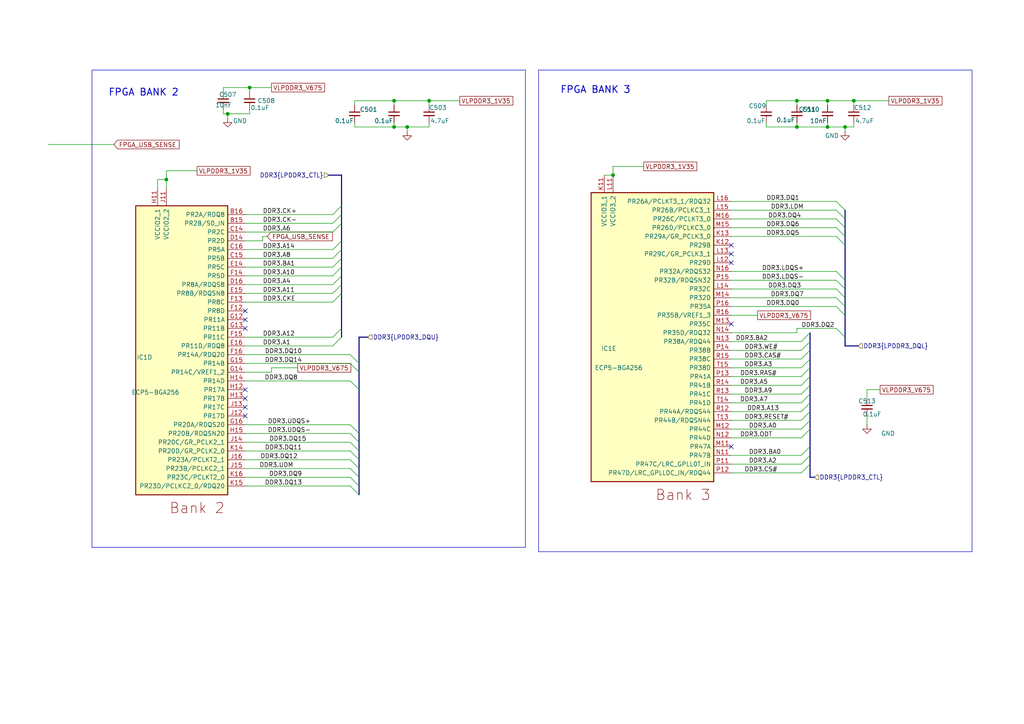
<source format=kicad_sch>
(kicad_sch (version 20250114) (generator "eeschema") (generator_version "9.0")
  (paper "A4")
  (lib_symbols
    (symbol "Device:C_Small" (pin_numbers (hide yes)) (pin_names (offset 0.254) (hide yes))
      (property "Reference" "C" (at 0.254 1.778 0))
      (property "Value" "C_Small" (at 0.254 -2.032 0))
      (symbol "C_Small_0_1"
        (polyline (pts (xy -1.524 0.508) (xy 1.524 0.508)) (stroke (width 0.3048)))
        (polyline (pts (xy -1.524 -0.508) (xy 1.524 -0.508)) (stroke (width 0.3302)))
      )
      (symbol "C_Small_1_1"
        (pin passive line (at 0 2.54 270) (length 2.032) (name "~") (number "1"))
        (pin passive line (at 0 -2.54 90) (length 2.032) (name "~") (number "2"))
      )
    )
    (symbol "iw-fpga_mcu:ECP5-BGA256" (pin_names (offset 0.762))
      (property "Reference" "IC" (at 1.27 45.72 0))
      (property "Value" "ECP5-BGA256" (at 1.27 43.18 0))
      (symbol "ECP5-BGA256_1_0"
        (rectangle (start -13.97 35.56) (end 13.97 -35.56) (stroke (width 0.3048)) (fill (type background)))
      )
      (symbol "ECP5-BGA256_1_1"
        (text "FPGA Supplies" (at 0 -39.37 0) (effects (font (size 2.9972 2.9972))))
        (pin power_in line (at -19.05 33.02 0) (length 5.08) (name "VCC_1") (number "G6"))
        (pin power_in line (at -19.05 30.48 0) (length 5.08) (name "VCC_2") (number "G7"))
        (pin power_in line (at -19.05 27.94 0) (length 5.08) (name "VCC_3") (number "G9"))
        (pin power_in line (at -19.05 25.4 0) (length 5.08) (name "VCC_4") (number "L8"))
        (pin power_in line (at -19.05 22.86 0) (length 5.08) (name "VCC_5") (number "L9"))
        (pin power_in line (at -19.05 20.32 0) (length 5.08) (name "VCC_6") (number "L10"))
        (pin power_in line (at -19.05 -30.48 0) (length 5.08) (name "VCCAUX_1") (number "G11"))
        (pin power_in line (at -19.05 -33.02 0) (length 5.08) (name "VCCAUX_2") (number "L7"))
        (pin power_in line (at 19.05 33.02 180) (length 5.08) (name "GND_1") (number "A1"))
        (pin power_in line (at 19.05 30.48 180) (length 5.08) (name "GND_2") (number "A16"))
        (pin power_in line (at 19.05 27.94 180) (length 5.08) (name "GND_3") (number "D2"))
        (pin power_in line (at 19.05 25.4 180) (length 5.08) (name "GND_4") (number "D15"))
        (pin power_in line (at 19.05 22.86 180) (length 5.08) (name "GND_5") (number "F8"))
        (pin power_in line (at 19.05 20.32 180) (length 5.08) (name "GND_6") (number "F9"))
        (pin power_in line (at 19.05 17.78 180) (length 5.08) (name "GND_7") (number "G8"))
        (pin power_in line (at 19.05 15.24 180) (length 5.08) (name "GND_8") (number "G10"))
        (pin power_in line (at 19.05 12.7 180) (length 5.08) (name "GND_9") (number "H1"))
        (pin power_in line (at 19.05 10.16 180) (length 5.08) (name "GND_10") (number "H8"))
        (pin power_in line (at 19.05 7.62 180) (length 5.08) (name "GND_11") (number "H9"))
        (pin power_in line (at 19.05 5.08 180) (length 5.08) (name "GND_12") (number "H10"))
        (pin power_in line (at 19.05 2.54 180) (length 5.08) (name "GND_13") (number "H16"))
        (pin power_in line (at 19.05 0 180) (length 5.08) (name "GND_14") (number "J8"))
        (pin power_in line (at 19.05 -2.54 180) (length 5.08) (name "GND_15") (number "J9"))
        (pin power_in line (at 19.05 -5.08 180) (length 5.08) (name "GND_16") (number "J10"))
        (pin power_in line (at 19.05 -7.62 180) (length 5.08) (name "GND_17") (number "K6"))
        (pin power_in line (at 19.05 -10.16 180) (length 5.08) (name "GND_18") (number "K7"))
        (pin power_in line (at 19.05 -12.7 180) (length 5.08) (name "GND_19") (number "K8"))
        (pin power_in line (at 19.05 -15.24 180) (length 5.08) (name "GND_20") (number "K9"))
        (pin power_in line (at 19.05 -17.78 180) (length 5.08) (name "GND_21") (number "K10"))
        (pin power_in line (at 19.05 -20.32 180) (length 5.08) (name "GND_22") (number "N2"))
        (pin power_in line (at 19.05 -22.86 180) (length 5.08) (name "GND_23") (number "N15"))
        (pin power_in line (at 19.05 -25.4 180) (length 5.08) (name "GND_24") (number "T1"))
        (pin power_in line (at 19.05 -27.94 180) (length 5.08) (name "GND_25") (number "T5"))
        (pin power_in line (at 19.05 -30.48 180) (length 5.08) (name "GND_26") (number "T12"))
        (pin power_in line (at 19.05 -33.02 180) (length 5.08) (name "GND_27") (number "T16"))
      )
      (symbol "ECP5-BGA256_2_1"
        (rectangle (start -19.05 31.75) (end 8.89 -31.75) (stroke (width 0.3048)) (fill (type background)))
        (text "Bank 0" (at 0 -35.56 0) (effects (font (size 2.9972 2.9972))))
        (pin power_in line (at -13.97 36.83 270) (length 5.08) (name "VCCIO0_2") (number "F7"))
        (pin power_in line (at -11.43 36.83 270) (length 5.08) (name "VCCIO0_1") (number "F6"))
        (pin bidirectional line (at 13.97 29.21 180) (length 5.08) (name "PT4A") (number "A2"))
        (pin bidirectional line (at 13.97 26.67 180) (length 5.08) (name "PT4B") (number "B3"))
        (pin bidirectional line (at 13.97 24.13 180) (length 5.08) (name "PT6A") (number "A3"))
        (pin bidirectional line (at 13.97 21.59 180) (length 5.08) (name "PT6B") (number "A4"))
        (pin bidirectional line (at 13.97 19.05 180) (length 5.08) (name "PT9A") (number "E4"))
        (pin bidirectional line (at 13.97 16.51 180) (length 5.08) (name "PT9B") (number "D4"))
        (pin bidirectional line (at 13.97 13.97 180) (length 5.08) (name "PT11A") (number "C4"))
        (pin bidirectional line (at 13.97 11.43 180) (length 5.08) (name "PT11B") (number "B4"))
        (pin bidirectional line (at 13.97 8.89 180) (length 5.08) (name "PT13A") (number "E5"))
        (pin bidirectional line (at 13.97 6.35 180) (length 5.08) (name "PT13B") (number "D5"))
        (pin bidirectional line (at 13.97 3.81 180) (length 5.08) (name "PT15A") (number "C5"))
        (pin bidirectional line (at 13.97 1.27 180) (length 5.08) (name "PT15B") (number "B5"))
        (pin bidirectional line (at 13.97 -1.27 180) (length 5.08) (name "PT18A") (number "A5"))
        (pin bidirectional line (at 13.97 -3.81 180) (length 5.08) (name "PT18B") (number "A6"))
        (pin bidirectional line (at 13.97 -6.35 180) (length 5.08) (name "PT20A") (number "E6"))
        (pin bidirectional line (at 13.97 -8.89 180) (length 5.08) (name "PT20B") (number "D6"))
        (pin bidirectional line (at 13.97 -11.43 180) (length 5.08) (name "PT22A") (number "C6"))
        (pin bidirectional line (at 13.97 -13.97 180) (length 5.08) (name "PT22B") (number "B6"))
        (pin bidirectional line (at 13.97 -16.51 180) (length 5.08) (name "PT24A/GR_PCLK0_1") (number "E7"))
        (pin bidirectional line (at 13.97 -19.05 180) (length 5.08) (name "PT24B/GR_PCLK0_0") (number "D7"))
        (pin bidirectional line (at 13.97 -21.59 180) (length 5.08) (name "PT27A/PCLKT0_1") (number "C7"))
        (pin bidirectional line (at 13.97 -24.13 180) (length 5.08) (name "PT27B/PCLKC0_1") (number "B7"))
        (pin bidirectional line (at 13.97 -26.67 180) (length 5.08) (name "PT29A/PCLKT0_0") (number "A7"))
        (pin bidirectional line (at 13.97 -29.21 180) (length 5.08) (name "PT29B/PCLKC0_0") (number "A8"))
      )
      (symbol "ECP5-BGA256_3_0"
        (rectangle (start -17.78 41.91) (end 8.89 -41.91) (stroke (width 0.3048)) (fill (type background)))
      )
      (symbol "ECP5-BGA256_3_1"
        (text "Bank 1" (at 0 -45.72 0) (effects (font (size 2.9972 2.9972))))
        (pin power_in line (at -13.97 46.99 270) (length 5.08) (name "VCCIO1_2") (number "F11"))
        (pin power_in line (at -11.43 46.99 270) (length 5.08) (name "VCCIO1_1") (number "F10"))
        (pin bidirectional line (at 13.97 39.37 180) (length 5.08) (name "PT33A/PCLKT1_1") (number "E8"))
        (pin bidirectional line (at 13.97 36.83 180) (length 5.08) (name "PT33B/PCLKC1_1") (number "D8"))
        (pin bidirectional line (at 13.97 34.29 180) (length 5.08) (name "PT35A/PCLKT1_0") (number "C8"))
        (pin bidirectional line (at 13.97 31.75 180) (length 5.08) (name "PT35B/PCLKC1_0") (number "B8"))
        (pin bidirectional line (at 13.97 29.21 180) (length 5.08) (name "PT38A/GR_PCLK1_0") (number "B9"))
        (pin bidirectional line (at 13.97 26.67 180) (length 5.08) (name "PT38B/GR_PCLK1_1") (number "C9"))
        (pin bidirectional line (at 13.97 24.13 180) (length 5.08) (name "PT40A") (number "D9"))
        (pin bidirectional line (at 13.97 21.59 180) (length 5.08) (name "PT40B") (number "E9"))
        (pin bidirectional line (at 13.97 19.05 180) (length 5.08) (name "PT42A") (number "A9"))
        (pin bidirectional line (at 13.97 16.51 180) (length 5.08) (name "PT42B") (number "A10"))
        (pin bidirectional line (at 13.97 13.97 180) (length 5.08) (name "PT44A") (number "B10"))
        (pin bidirectional line (at 13.97 11.43 180) (length 5.08) (name "PT44B") (number "C10"))
        (pin bidirectional line (at 13.97 8.89 180) (length 5.08) (name "PT47A") (number "D10"))
        (pin bidirectional line (at 13.97 6.35 180) (length 5.08) (name "PT47B") (number "E10"))
        (pin bidirectional line (at 13.97 3.81 180) (length 5.08) (name "PT49A") (number "B11"))
        (pin bidirectional line (at 13.97 1.27 180) (length 5.08) (name "PT49B") (number "C11"))
        (pin bidirectional line (at 13.97 -1.27 180) (length 5.08) (name "PT51A") (number "D11"))
        (pin bidirectional line (at 13.97 -3.81 180) (length 5.08) (name "PT51B") (number "E11"))
        (pin bidirectional line (at 13.97 -6.35 180) (length 5.08) (name "PT53A") (number "A11"))
        (pin bidirectional line (at 13.97 -8.89 180) (length 5.08) (name "PT53B") (number "A12"))
        (pin bidirectional line (at 13.97 -11.43 180) (length 5.08) (name "PT56A") (number "B12"))
        (pin bidirectional line (at 13.97 -13.97 180) (length 5.08) (name "PT56B") (number "C12"))
        (pin bidirectional line (at 13.97 -16.51 180) (length 5.08) (name "PT58A") (number "D12"))
        (pin bidirectional line (at 13.97 -19.05 180) (length 5.08) (name "PT58B") (number "E12"))
        (pin bidirectional line (at 13.97 -21.59 180) (length 5.08) (name "PT60A") (number "B13"))
        (pin bidirectional line (at 13.97 -24.13 180) (length 5.08) (name "PT60B") (number "C13"))
        (pin bidirectional line (at 13.97 -26.67 180) (length 5.08) (name "PT62A") (number "D13"))
        (pin bidirectional line (at 13.97 -29.21 180) (length 5.08) (name "PT62B") (number "E13"))
        (pin bidirectional line (at 13.97 -31.75 180) (length 5.08) (name "PT65A") (number "A13"))
        (pin bidirectional line (at 13.97 -34.29 180) (length 5.08) (name "PT65B") (number "A14"))
        (pin bidirectional line (at 13.97 -36.83 180) (length 5.08) (name "PT67A") (number "B14"))
        (pin bidirectional line (at 13.97 -39.37 180) (length 5.08) (name "PT67B") (number "A15"))
      )
      (symbol "ECP5-BGA256_4_1"
        (rectangle (start -17.78 41.91) (end 8.89 -41.91) (stroke (width 0.3048)) (fill (type background)))
        (text "Bank 2" (at 0 -45.72 0) (effects (font (size 2.9972 2.9972))))
        (pin power_in line (at -11.43 46.99 270) (length 5.08) (name "VCCIO2_1") (number "H11"))
        (pin power_in line (at -8.89 46.99 270) (length 5.08) (name "VCCIO2_2") (number "J11"))
        (pin bidirectional line (at 13.97 39.37 180) (length 5.08) (name "PR2A/RDQ8") (number "B16"))
        (pin bidirectional line (at 13.97 36.83 180) (length 5.08) (name "PR2B/S0_IN") (number "B15"))
        (pin bidirectional line (at 13.97 34.29 180) (length 5.08) (name "PR2C") (number "C14"))
        (pin bidirectional line (at 13.97 31.75 180) (length 5.08) (name "PR2D") (number "D14"))
        (pin bidirectional line (at 13.97 29.21 180) (length 5.08) (name "PR5A") (number "C16"))
        (pin bidirectional line (at 13.97 26.67 180) (length 5.08) (name "PR5B") (number "C15"))
        (pin bidirectional line (at 13.97 24.13 180) (length 5.08) (name "PR5C") (number "E14"))
        (pin bidirectional line (at 13.97 21.59 180) (length 5.08) (name "PR5D") (number "F14"))
        (pin bidirectional line (at 13.97 19.05 180) (length 5.08) (name "PR8A/RDQS8") (number "D16"))
        (pin bidirectional line (at 13.97 16.51 180) (length 5.08) (name "PR8B/RDQSN8") (number "E15"))
        (pin bidirectional line (at 13.97 13.97 180) (length 5.08) (name "PR8C") (number "F13"))
        (pin bidirectional line (at 13.97 11.43 180) (length 5.08) (name "PR8D") (number "F12"))
        (pin bidirectional line (at 13.97 8.89 180) (length 5.08) (name "PR11A") (number "G12"))
        (pin bidirectional line (at 13.97 6.35 180) (length 5.08) (name "PR11B") (number "G13"))
        (pin bidirectional line (at 13.97 3.81 180) (length 5.08) (name "PR11C") (number "F15"))
        (pin bidirectional line (at 13.97 1.27 180) (length 5.08) (name "PR11D/RDQ8") (number "E16"))
        (pin bidirectional line (at 13.97 -1.27 180) (length 5.08) (name "PR14A/RDQ20") (number "F16"))
        (pin bidirectional line (at 13.97 -3.81 180) (length 5.08) (name "PR14B") (number "G15"))
        (pin bidirectional line (at 13.97 -6.35 180) (length 5.08) (name "PR14C/VREF1_2") (number "G14"))
        (pin bidirectional line (at 13.97 -8.89 180) (length 5.08) (name "PR14D") (number "H14"))
        (pin bidirectional line (at 13.97 -11.43 180) (length 5.08) (name "PR17A") (number "H12"))
        (pin bidirectional line (at 13.97 -13.97 180) (length 5.08) (name "PR17B") (number "H13"))
        (pin bidirectional line (at 13.97 -16.51 180) (length 5.08) (name "PR17C") (number "J13"))
        (pin bidirectional line (at 13.97 -19.05 180) (length 5.08) (name "PR17D") (number "J12"))
        (pin bidirectional line (at 13.97 -21.59 180) (length 5.08) (name "PR20A/RDQS20") (number "G16"))
        (pin bidirectional line (at 13.97 -24.13 180) (length 5.08) (name "PR20B/RDQSN20") (number "H15"))
        (pin bidirectional line (at 13.97 -26.67 180) (length 5.08) (name "PR20C/GR_PCLK2_1") (number "J14"))
        (pin bidirectional line (at 13.97 -29.21 180) (length 5.08) (name "PR20D/GR_PCLK2_0") (number "K14"))
        (pin bidirectional line (at 13.97 -31.75 180) (length 5.08) (name "PR23A/PCLKT2_1") (number "J16"))
        (pin bidirectional line (at 13.97 -34.29 180) (length 5.08) (name "PR23B/PCLKC2_1") (number "J15"))
        (pin bidirectional line (at 13.97 -36.83 180) (length 5.08) (name "PR23C/PCLKT2_0") (number "K16"))
        (pin bidirectional line (at 13.97 -39.37 180) (length 5.08) (name "PR23D/PCLKC2_0/RDQ20") (number "K15"))
      )
      (symbol "ECP5-BGA256_5_0"
        (rectangle (start -26.67 41.91) (end 8.89 -41.91) (stroke (width 0.3048)) (fill (type background)))
      )
      (symbol "ECP5-BGA256_5_1"
        (text "Bank 3" (at 0 -45.72 0) (effects (font (size 2.9972 2.9972))))
        (pin power_in line (at -22.86 46.99 270) (length 5.08) (name "VCCIO3_1") (number "K11"))
        (pin power_in line (at -20.32 46.99 270) (length 5.08) (name "VCCIO3_2") (number "L11"))
        (pin bidirectional line (at 13.97 39.37 180) (length 5.08) (name "PR26A/PCLKT3_1/RDQ32") (number "L16"))
        (pin bidirectional line (at 13.97 36.83 180) (length 5.08) (name "PR26B/PCLKC3_1") (number "L15"))
        (pin bidirectional line (at 13.97 34.29 180) (length 5.08) (name "PR26C/PCLKT3_0") (number "M16"))
        (pin bidirectional line (at 13.97 31.75 180) (length 5.08) (name "PR26D/PCLKC3_0") (number "M15"))
        (pin bidirectional line (at 13.97 29.21 180) (length 5.08) (name "PR29A/GR_PCLK3_0") (number "K13"))
        (pin bidirectional line (at 13.97 26.67 180) (length 5.08) (name "PR29B") (number "K12"))
        (pin bidirectional line (at 13.97 24.13 180) (length 5.08) (name "PR29C/GR_PCLK3_1") (number "L13"))
        (pin bidirectional line (at 13.97 21.59 180) (length 5.08) (name "PR29D") (number "L12"))
        (pin bidirectional line (at 13.97 19.05 180) (length 5.08) (name "PR32A/RDQS32") (number "N16"))
        (pin bidirectional line (at 13.97 16.51 180) (length 5.08) (name "PR32B/RDQSN32") (number "P15"))
        (pin bidirectional line (at 13.97 13.97 180) (length 5.08) (name "PR32C") (number "L14"))
        (pin bidirectional line (at 13.97 11.43 180) (length 5.08) (name "PR32D") (number "M14"))
        (pin bidirectional line (at 13.97 8.89 180) (length 5.08) (name "PR35A") (number "P16"))
        (pin bidirectional line (at 13.97 6.35 180) (length 5.08) (name "PR35B/VREF1_3") (number "R16"))
        (pin bidirectional line (at 13.97 3.81 180) (length 5.08) (name "PR35C") (number "M13"))
        (pin bidirectional line (at 13.97 1.27 180) (length 5.08) (name "PR35D/RDQ32") (number "N14"))
        (pin bidirectional line (at 13.97 -1.27 180) (length 5.08) (name "PR38A/RDQ44") (number "N13"))
        (pin bidirectional line (at 13.97 -3.81 180) (length 5.08) (name "PR38B") (number "P14"))
        (pin bidirectional line (at 13.97 -6.35 180) (length 5.08) (name "PR38C") (number "R15"))
        (pin bidirectional line (at 13.97 -8.89 180) (length 5.08) (name "PR38D") (number "T15"))
        (pin bidirectional line (at 13.97 -11.43 180) (length 5.08) (name "PR41A") (number "P13"))
        (pin bidirectional line (at 13.97 -13.97 180) (length 5.08) (name "PR41B") (number "R14"))
        (pin bidirectional line (at 13.97 -16.51 180) (length 5.08) (name "PR41C") (number "R13"))
        (pin bidirectional line (at 13.97 -19.05 180) (length 5.08) (name "PR41D") (number "T14"))
        (pin bidirectional line (at 13.97 -21.59 180) (length 5.08) (name "PR44A/RDQS44") (number "R12"))
        (pin bidirectional line (at 13.97 -24.13 180) (length 5.08) (name "PR44B/RDQSN44") (number "T13"))
        (pin bidirectional line (at 13.97 -26.67 180) (length 5.08) (name "PR44C") (number "M12"))
        (pin bidirectional line (at 13.97 -29.21 180) (length 5.08) (name "PR44D") (number "N12"))
        (pin bidirectional line (at 13.97 -31.75 180) (length 5.08) (name "PR47A") (number "M11"))
        (pin bidirectional line (at 13.97 -34.29 180) (length 5.08) (name "PR47B") (number "N11"))
        (pin bidirectional line (at 13.97 -36.83 180) (length 5.08) (name "PR47C/LRC_GPLL0T_IN") (number "P11"))
        (pin bidirectional line (at 13.97 -39.37 180) (length 5.08) (name "PR47D/LRC_GPLL0C_IN/RDQ44") (number "P12"))
      )
      (symbol "ECP5-BGA256_6_1"
        (rectangle (start -20.32 41.91) (end 8.89 -41.91) (stroke (width 0.3048)) (fill (type background)))
        (text "Bank 6" (at 0 -45.72 0) (effects (font (size 2.9972 2.9972))))
        (pin power_in line (at -13.97 46.99 270) (length 5.08) (name "VCCIO6_1") (number "J6"))
        (pin power_in line (at -11.43 46.99 270) (length 5.08) (name "VCCIO6_2") (number "J7"))
        (pin bidirectional line (at 13.97 39.37 180) (length 5.08) (name "PL26A/LDQ32/PCLKT6_1") (number "L1"))
        (pin bidirectional line (at 13.97 36.83 180) (length 5.08) (name "PL26B/PCLKC6_1") (number "L2"))
        (pin bidirectional line (at 13.97 34.29 180) (length 5.08) (name "PL26C/PCLKT6_0") (number "M1"))
        (pin bidirectional line (at 13.97 31.75 180) (length 5.08) (name "PL26D/PCLKC6_0") (number "M2"))
        (pin bidirectional line (at 13.97 29.21 180) (length 5.08) (name "PL29A/GR_PCLK6_0") (number "K4"))
        (pin bidirectional line (at 13.97 26.67 180) (length 5.08) (name "PL29B") (number "K5"))
        (pin bidirectional line (at 13.97 24.13 180) (length 5.08) (name "PL29C/PL29C") (number "L4"))
        (pin bidirectional line (at 13.97 21.59 180) (length 5.08) (name "PL29D") (number "L5"))
        (pin bidirectional line (at 13.97 19.05 180) (length 5.08) (name "PL32A/LDQS32") (number "N1"))
        (pin bidirectional line (at 13.97 16.51 180) (length 5.08) (name "PL32B/LDQSN32") (number "P2"))
        (pin bidirectional line (at 13.97 13.97 180) (length 5.08) (name "PL32C") (number "L3"))
        (pin bidirectional line (at 13.97 11.43 180) (length 5.08) (name "PL32D") (number "M3"))
        (pin bidirectional line (at 13.97 8.89 180) (length 5.08) (name "PL35A") (number "P1"))
        (pin bidirectional line (at 13.97 6.35 180) (length 5.08) (name "PL35B/VREF1_6") (number "R1"))
        (pin bidirectional line (at 13.97 3.81 180) (length 5.08) (name "PL35C") (number "M4"))
        (pin bidirectional line (at 13.97 1.27 180) (length 5.08) (name "PL35D") (number "N3"))
        (pin bidirectional line (at 13.97 -1.27 180) (length 5.08) (name "PL38A/LDQ44") (number "N4"))
        (pin bidirectional line (at 13.97 -3.81 180) (length 5.08) (name "PL38B") (number "P3"))
        (pin bidirectional line (at 13.97 -6.35 180) (length 5.08) (name "PL38C") (number "R2"))
        (pin bidirectional line (at 13.97 -8.89 180) (length 5.08) (name "PL38D") (number "T2"))
        (pin bidirectional line (at 13.97 -11.43 180) (length 5.08) (name "PL44A/LDQS44") (number "R5"))
        (pin bidirectional line (at 13.97 -13.97 180) (length 5.08) (name "PL44B/LDQSN44") (number "T4"))
        (pin bidirectional line (at 13.97 -16.51 180) (length 5.08) (name "PL44C") (number "M5"))
        (pin bidirectional line (at 13.97 -19.05 180) (length 5.08) (name "PL44D") (number "N5"))
        (pin bidirectional line (at 13.97 -21.59 180) (length 5.08) (name "PL41A") (number "P4"))
        (pin bidirectional line (at 13.97 -24.13 180) (length 5.08) (name "PL41B") (number "R3"))
        (pin bidirectional line (at 13.97 -26.67 180) (length 5.08) (name "PL41C") (number "R4"))
        (pin bidirectional line (at 13.97 -29.21 180) (length 5.08) (name "PL41D") (number "T3"))
        (pin bidirectional line (at 13.97 -31.75 180) (length 5.08) (name "PL47A") (number "M6"))
        (pin bidirectional line (at 13.97 -34.29 180) (length 5.08) (name "PL47B") (number "N6"))
        (pin bidirectional line (at 13.97 -36.83 180) (length 5.08) (name "PL47D/LLC_GPLL0C_IN") (number "P5"))
        (pin bidirectional line (at 13.97 -39.37 180) (length 5.08) (name "PL47C/LLC_GPLL0T_IN") (number "P6"))
      )
      (symbol "ECP5-BGA256_7_1"
        (rectangle (start -25.4 41.91) (end 8.89 -41.91) (stroke (width 0.3048)) (fill (type background)))
        (text "Bank 7" (at 0 -45.72 0) (effects (font (size 2.9972 2.9972))))
        (pin power_in line (at -12.7 46.99 270) (length 5.08) (name "VCCIO7_2") (number "H7"))
        (pin power_in line (at -10.16 46.99 270) (length 5.08) (name "VCCIO7_1") (number "H6"))
        (pin bidirectional line (at 13.97 39.37 180) (length 5.08) (name "PL2A/LDQ8") (number "B1"))
        (pin bidirectional line (at 13.97 36.83 180) (length 5.08) (name "PL2B") (number "B2"))
        (pin bidirectional line (at 13.97 34.29 180) (length 5.08) (name "PL2C") (number "C3"))
        (pin bidirectional line (at 13.97 31.75 180) (length 5.08) (name "PL2D") (number "D3"))
        (pin bidirectional line (at 13.97 29.21 180) (length 5.08) (name "PL5A") (number "C1"))
        (pin bidirectional line (at 13.97 26.67 180) (length 5.08) (name "PL5B") (number "C2"))
        (pin bidirectional line (at 13.97 24.13 180) (length 5.08) (name "PL5C") (number "E3"))
        (pin bidirectional line (at 13.97 21.59 180) (length 5.08) (name "PL5D") (number "F3"))
        (pin bidirectional line (at 13.97 19.05 180) (length 5.08) (name "PL8A/LDQS8") (number "D1"))
        (pin bidirectional line (at 13.97 16.51 180) (length 5.08) (name "PL8B/LDQSN8") (number "E2"))
        (pin bidirectional line (at 13.97 13.97 180) (length 5.08) (name "PL8C") (number "F4"))
        (pin bidirectional line (at 13.97 11.43 180) (length 5.08) (name "PL8D") (number "F5"))
        (pin bidirectional line (at 13.97 8.89 180) (length 5.08) (name "PL11A") (number "G5"))
        (pin bidirectional line (at 13.97 6.35 180) (length 5.08) (name "PL11B") (number "G4"))
        (pin bidirectional line (at 13.97 3.81 180) (length 5.08) (name "PL11C") (number "F2"))
        (pin bidirectional line (at 13.97 1.27 180) (length 5.08) (name "PL11D/LDQ8") (number "E1"))
        (pin bidirectional line (at 13.97 -1.27 180) (length 5.08) (name "PL14A/LDQ20") (number "F1"))
        (pin bidirectional line (at 13.97 -3.81 180) (length 5.08) (name "PL14B") (number "G2"))
        (pin bidirectional line (at 13.97 -6.35 180) (length 5.08) (name "PL14C") (number "G3"))
        (pin bidirectional line (at 13.97 -8.89 180) (length 5.08) (name "PL14D") (number "H3"))
        (pin bidirectional line (at 13.97 -11.43 180) (length 5.08) (name "PL17A") (number "H5"))
        (pin bidirectional line (at 13.97 -13.97 180) (length 5.08) (name "PL17B") (number "H4"))
        (pin bidirectional line (at 13.97 -16.51 180) (length 5.08) (name "PL17C") (number "J4"))
        (pin bidirectional line (at 13.97 -19.05 180) (length 5.08) (name "PL17D") (number "J5"))
        (pin bidirectional line (at 13.97 -21.59 180) (length 5.08) (name "PL20A/GR_PCLK7_1/LDQSN20") (number "G1"))
        (pin bidirectional line (at 13.97 -24.13 180) (length 5.08) (name "PL20B/LDQS20") (number "H2"))
        (pin bidirectional line (at 13.97 -26.67 180) (length 5.08) (name "PL20C/GR_PCLK7_0") (number "J3"))
        (pin bidirectional line (at 13.97 -29.21 180) (length 5.08) (name "PL20D") (number "K3"))
        (pin bidirectional line (at 13.97 -31.75 180) (length 5.08) (name "PL23A/PCLKT7_1") (number "J1"))
        (pin bidirectional line (at 13.97 -34.29 180) (length 5.08) (name "PL23B/PCLKC7_1") (number "J2"))
        (pin bidirectional line (at 13.97 -36.83 180) (length 5.08) (name "PL23C/PCLKT7_0") (number "K1"))
        (pin bidirectional line (at 13.97 -39.37 180) (length 5.08) (name "PL23D/PCLKC7_0/LDQ20") (number "K2"))
      )
      (symbol "ECP5-BGA256_8_0"
        (text "Bank 8 (Config)" (at 0 -43.18 0) (effects (font (size 2.9972 2.9972))))
      )
      (symbol "ECP5-BGA256_8_1"
        (rectangle (start -15.24 39.37) (end 15.24 -39.37) (stroke (width 0.3048)) (fill (type background)))
        (pin power_in line (at -10.16 44.45 270) (length 5.08) (name "VCCIO8") (number "L6"))
        (pin bidirectional line (at 20.32 36.83 180) (length 5.08) (name "D7/PB4A") (number "T6"))
        (pin bidirectional line (at 20.32 34.29 180) (length 5.08) (name "D6/PB4B") (number "R6"))
        (pin bidirectional line (at 20.32 31.75 180) (length 5.08) (name "D5/MISO2/IO5/PB6A") (number "R7"))
        (pin bidirectional line (at 20.32 29.21 180) (length 5.08) (name "D4/MOSI2/IO4/PB6B") (number "P7"))
        (pin bidirectional line (at 20.32 26.67 180) (length 5.08) (name "D3/IO3/PB9A") (number "N7"))
        (pin bidirectional line (at 20.32 24.13 180) (length 5.08) (name "D2/IO2/PB9B") (number "M7"))
        (pin bidirectional line (at 20.32 21.59 180) (length 5.08) (name "D1/POCI/IO1/PB11A") (number "T7"))
        (pin bidirectional line (at 20.32 19.05 180) (length 5.08) (name "D0/PICO/IO0/PB11B") (number "T8"))
        (pin bidirectional line (at 20.32 16.51 180) (length 5.08) (name "~{CS}/~{S}/PB13A") (number "R8"))
        (pin bidirectional line (at 20.32 13.97 180) (length 5.08) (name "~{CS1}/PB13B") (number "P8"))
        (pin bidirectional line (at 20.32 11.43 180) (length 5.08) (name "~{HOLD}/DI/BUSY/~{CSSPI}/PB15A") (number "N8"))
        (pin bidirectional line (at 20.32 8.89 180) (length 5.08) (name "DOUT/~{CSO}/PB15B") (number "M8"))
        (pin bidirectional line (at 20.32 6.35 180) (length 5.08) (name "~{WRITE}/PB18A") (number "M9"))
        (pin input line (at 20.32 -1.27 180) (length 5.08) (name "TMS") (number "T11"))
        (pin input line (at 20.32 -3.81 180) (length 5.08) (name "TCK") (number "T10"))
        (pin input line (at 20.32 -6.35 180) (length 5.08) (name "TDI") (number "R11"))
        (pin output line (at 20.32 -8.89 180) (length 5.08) (name "TDO") (number "M10"))
        (pin bidirectional line (at 20.32 -15.24 180) (length 5.08) (name "MCLK/SCK/CCLK") (number "N9"))
        (pin input line (at 20.32 -20.32 180) (length 5.08) (name "CFG0") (number "N10"))
        (pin input line (at 20.32 -22.86 180) (length 5.08) (name "CFG1") (number "P10"))
        (pin input line (at 20.32 -25.4 180) (length 5.08) (name "CFG2") (number "R10"))
        (pin bidirectional line (at 20.32 -31.75 180) (length 5.08) (name "DONE") (number "P9"))
        (pin bidirectional line (at 20.32 -34.29 180) (length 5.08) (name "~{INIT}") (number "T9"))
        (pin bidirectional line (at 20.32 -36.83 180) (length 5.08) (name "~{PROGRAM}") (number "R9"))
      )
    )
    (symbol "power:GND" (power) (pin_numbers (hide yes)) (pin_names (offset 0) (hide yes))
      (property "Value" "GND" (at 0 -3.81 0))
      (symbol "GND_0_1"
        (polyline (pts (xy 0 0) (xy 0 -1.27) (xy 1.27 -1.27) (xy 0 -2.54) (xy -1.27 -1.27) (xy 0 -1.27)))
      )
      (symbol "GND_1_1"
        (pin power_in line (at 0 0 270) (length 0) (name "~") (number "1"))
      )
    )
  )
  (rectangle (start 26.67 20.32) (end 152.4 158.75))
  (rectangle (start 156.21 20.32) (end 281.94 160.02))
  (text "FPGA BANK 3\n" (at 172.72 26.162 0) (effects (font (size 2 2) (thickness 0.254) (bold yes))))
  (text "FPGA BANK 2" (at 41.656 26.924 0) (effects (font (size 2 2) (thickness 0.254) (bold yes))))
  (junction (at 66.04 33.02))
  (junction (at 231.14 36.83))
  (junction (at 240.03 29.21))
  (junction (at 177.8 50.8))
  (junction (at 118.11 36.83))
  (junction (at 231.14 29.21))
  (junction (at 247.65 29.21))
  (junction (at 48.26 52.07))
  (junction (at 114.3 29.21))
  (junction (at 240.03 36.83))
  (junction (at 124.46 29.21))
  (junction (at 114.3 36.83))
  (junction (at 245.11 36.83))
  (junction (at 72.39 25.4))
  (no_connect (at 212.09 73.66))
  (no_connect (at 212.09 76.2))
  (no_connect (at 71.12 120.65))
  (no_connect (at 71.12 115.57))
  (no_connect (at 212.09 71.12))
  (no_connect (at 71.12 95.25))
  (no_connect (at 212.09 129.54))
  (no_connect (at 212.09 93.98))
  (no_connect (at 71.12 118.11))
  (no_connect (at 71.12 90.17))
  (no_connect (at 71.12 113.03))
  (no_connect (at 71.12 92.71))
  (bus_entry (at 99.06 97.79) (size -2.54 2.54))
  (bus_entry (at 99.06 80.01) (size -2.54 2.54))
  (bus_entry (at 104.14 107.95) (size -2.54 -2.54))
  (bus_entry (at 245.11 68.58) (size -2.54 -2.54))
  (bus_entry (at 245.11 71.12) (size -2.54 -2.54))
  (bus_entry (at 234.95 114.3) (size -2.54 2.54))
  (bus_entry (at 99.06 69.85) (size -2.54 2.54))
  (bus_entry (at 234.95 101.6) (size -2.54 2.54))
  (bus_entry (at 99.06 85.09) (size -2.54 2.54))
  (bus_entry (at 234.95 111.76) (size -2.54 2.54))
  (bus_entry (at 234.95 134.62) (size -2.54 2.54))
  (bus_entry (at 104.14 113.03) (size -2.54 -2.54))
  (bus_entry (at 234.95 119.38) (size -2.54 2.54))
  (bus_entry (at 99.06 72.39) (size -2.54 2.54))
  (bus_entry (at 104.14 128.27) (size -2.54 -2.54))
  (bus_entry (at 234.95 109.22) (size -2.54 2.54))
  (bus_entry (at 104.14 105.41) (size -2.54 -2.54))
  (bus_entry (at 245.11 83.82) (size -2.54 -2.54))
  (bus_entry (at 242.57 60.96) (size 2.54 2.54))
  (bus_entry (at 234.95 106.68) (size -2.54 2.54))
  (bus_entry (at 99.06 62.23) (size -2.54 2.54))
  (bus_entry (at 234.95 99.06) (size -2.54 2.54))
  (bus_entry (at 99.06 59.69) (size -2.54 2.54))
  (bus_entry (at 234.95 129.54) (size -2.54 2.54))
  (bus_entry (at 245.11 81.28) (size -2.54 -2.54))
  (bus_entry (at 99.06 82.55) (size -2.54 2.54))
  (bus_entry (at 234.95 104.14) (size -2.54 2.54))
  (bus_entry (at 104.14 135.89) (size -2.54 -2.54))
  (bus_entry (at 99.06 64.77) (size -2.54 2.54))
  (bus_entry (at 245.11 91.44) (size -2.54 -2.54))
  (bus_entry (at 234.95 116.84) (size -2.54 2.54))
  (bus_entry (at 234.95 132.08) (size -2.54 2.54))
  (bus_entry (at 101.6 140.97) (size 2.54 2.54))
  (bus_entry (at 99.06 74.93) (size -2.54 2.54))
  (bus_entry (at 234.95 121.92) (size -2.54 2.54))
  (bus_entry (at 104.14 133.35) (size -2.54 -2.54))
  (bus_entry (at 99.06 95.25) (size -2.54 2.54))
  (bus_entry (at 234.95 124.46) (size -2.54 2.54))
  (bus_entry (at 101.6 123.19) (size 2.54 2.54))
  (bus_entry (at 104.14 130.81) (size -2.54 -2.54))
  (bus_entry (at 104.14 138.43) (size -2.54 -2.54))
  (bus_entry (at 245.11 97.79) (size -2.54 -2.54))
  (bus_entry (at 99.06 77.47) (size -2.54 2.54))
  (bus_entry (at 245.11 60.96) (size -2.54 -2.54))
  (bus_entry (at 245.11 66.04) (size -2.54 -2.54))
  (bus_entry (at 245.11 88.9) (size -2.54 -2.54))
  (bus_entry (at 234.95 96.52) (size -2.54 2.54))
  (bus_entry (at 245.11 86.36) (size -2.54 -2.54))
  (bus_entry (at 104.14 140.97) (size -2.54 -2.54))
  (wire (pts (xy 64.77 25.4) (xy 72.39 25.4)))
  (wire (pts (xy 118.11 36.83) (xy 114.3 36.83)))
  (wire (pts (xy 71.12 130.81) (xy 101.6 130.81)))
  (wire (pts (xy 71.12 138.43) (xy 101.6 138.43)))
  (bus (pts (xy 99.06 74.93) (xy 99.06 77.47)))
  (wire (pts (xy 66.04 34.29) (xy 66.04 33.02)))
  (bus (pts (xy 99.06 59.69) (xy 99.06 62.23)))
  (wire (pts (xy 212.09 78.74) (xy 242.57 78.74)))
  (wire (pts (xy 78.74 106.68) (xy 78.74 107.95)))
  (wire (pts (xy 175.26 50.8) (xy 177.8 50.8)))
  (wire (pts (xy 240.03 36.83) (xy 245.11 36.83)))
  (bus (pts (xy 245.11 88.9) (xy 245.11 91.44)))
  (wire (pts (xy 212.09 124.46) (xy 232.41 124.46)))
  (wire (pts (xy 45.72 52.07) (xy 45.72 54.61)))
  (wire (pts (xy 124.46 36.83) (xy 118.11 36.83)))
  (wire (pts (xy 212.09 60.96) (xy 242.57 60.96)))
  (wire (pts (xy 71.12 135.89) (xy 101.6 135.89)))
  (bus (pts (xy 245.11 63.5) (xy 245.11 60.96)))
  (bus (pts (xy 99.06 50.8) (xy 95.25 50.8)))
  (bus (pts (xy 245.11 83.82) (xy 245.11 86.36)))
  (wire (pts (xy 177.8 48.26) (xy 177.8 50.8)))
  (wire (pts (xy 222.25 29.21) (xy 222.25 30.48)))
  (bus (pts (xy 99.06 82.55) (xy 99.06 85.09)))
  (bus (pts (xy 234.95 116.84) (xy 234.95 119.38)))
  (wire (pts (xy 76.2 69.85) (xy 71.12 69.85)))
  (wire (pts (xy 231.14 36.83) (xy 240.03 36.83)))
  (wire (pts (xy 71.12 80.01) (xy 96.52 80.01)))
  (wire (pts (xy 212.09 132.08) (xy 232.41 132.08)))
  (wire (pts (xy 247.65 29.21) (xy 247.65 30.48)))
  (wire (pts (xy 251.46 120.65) (xy 251.46 123.19)))
  (wire (pts (xy 212.09 104.14) (xy 232.41 104.14)))
  (wire (pts (xy 114.3 36.83) (xy 102.87 36.83)))
  (wire (pts (xy 72.39 25.4) (xy 72.39 26.67)))
  (wire (pts (xy 71.12 87.63) (xy 96.52 87.63)))
  (bus (pts (xy 234.95 124.46) (xy 234.95 129.54)))
  (bus (pts (xy 99.06 64.77) (xy 99.06 69.85)))
  (wire (pts (xy 212.09 63.5) (xy 242.57 63.5)))
  (bus (pts (xy 99.06 69.85) (xy 99.06 72.39)))
  (bus (pts (xy 234.95 121.92) (xy 234.95 124.46)))
  (bus (pts (xy 104.14 140.97) (xy 104.14 143.51)))
  (wire (pts (xy 231.14 35.56) (xy 231.14 36.83)))
  (bus (pts (xy 104.14 133.35) (xy 104.14 130.81)))
  (bus (pts (xy 104.14 105.41) (xy 104.14 97.79)))
  (wire (pts (xy 71.12 97.79) (xy 96.52 97.79)))
  (bus (pts (xy 99.06 50.8) (xy 99.06 59.69)))
  (wire (pts (xy 71.12 105.41) (xy 101.6 105.41)))
  (bus (pts (xy 104.14 113.03) (xy 104.14 125.73)))
  (bus (pts (xy 245.11 68.58) (xy 245.11 66.04)))
  (bus (pts (xy 245.11 97.79) (xy 245.11 91.44)))
  (wire (pts (xy 102.87 30.48) (xy 102.87 29.21)))
  (bus (pts (xy 104.14 138.43) (xy 104.14 135.89)))
  (bus (pts (xy 234.95 132.08) (xy 234.95 134.62)))
  (bus (pts (xy 104.14 107.95) (xy 104.14 113.03)))
  (bus (pts (xy 234.95 109.22) (xy 234.95 111.76)))
  (wire (pts (xy 231.14 36.83) (xy 222.25 36.83)))
  (bus (pts (xy 234.95 134.62) (xy 234.95 138.43)))
  (wire (pts (xy 71.12 128.27) (xy 101.6 128.27)))
  (bus (pts (xy 104.14 128.27) (xy 104.14 125.73)))
  (wire (pts (xy 124.46 29.21) (xy 124.46 30.48)))
  (bus (pts (xy 234.95 129.54) (xy 234.95 132.08)))
  (wire (pts (xy 71.12 82.55) (xy 96.52 82.55)))
  (wire (pts (xy 212.09 86.36) (xy 242.57 86.36)))
  (wire (pts (xy 212.09 58.42) (xy 242.57 58.42)))
  (wire (pts (xy 212.09 81.28) (xy 242.57 81.28)))
  (wire (pts (xy 48.26 52.07) (xy 45.72 52.07)))
  (wire (pts (xy 102.87 35.56) (xy 102.87 36.83)))
  (wire (pts (xy 212.09 99.06) (xy 232.41 99.06)))
  (wire (pts (xy 251.46 113.03) (xy 251.46 115.57)))
  (wire (pts (xy 48.26 49.53) (xy 48.26 52.07)))
  (wire (pts (xy 64.77 31.75) (xy 64.77 33.02)))
  (wire (pts (xy 251.46 113.03) (xy 255.27 113.03)))
  (bus (pts (xy 234.95 119.38) (xy 234.95 121.92)))
  (wire (pts (xy 114.3 35.56) (xy 114.3 36.83)))
  (wire (pts (xy 212.09 96.52) (xy 231.14 96.52)))
  (wire (pts (xy 212.09 101.6) (xy 232.41 101.6)))
  (wire (pts (xy 240.03 30.48) (xy 240.03 29.21)))
  (wire (pts (xy 222.25 35.56) (xy 222.25 36.83)))
  (bus (pts (xy 245.11 71.12) (xy 245.11 68.58)))
  (wire (pts (xy 71.12 62.23) (xy 96.52 62.23)))
  (wire (pts (xy 71.12 72.39) (xy 96.52 72.39)))
  (wire (pts (xy 212.09 83.82) (xy 242.57 83.82)))
  (wire (pts (xy 71.12 125.73) (xy 101.6 125.73)))
  (wire (pts (xy 64.77 33.02) (xy 66.04 33.02)))
  (wire (pts (xy 71.12 123.19) (xy 101.6 123.19)))
  (wire (pts (xy 78.74 106.68) (xy 86.36 106.68)))
  (wire (pts (xy 71.12 67.31) (xy 96.52 67.31)))
  (wire (pts (xy 212.09 119.38) (xy 232.41 119.38)))
  (wire (pts (xy 212.09 111.76) (xy 232.41 111.76)))
  (wire (pts (xy 78.74 107.95) (xy 71.12 107.95)))
  (bus (pts (xy 104.14 105.41) (xy 104.14 107.95)))
  (wire (pts (xy 212.09 134.62) (xy 232.41 134.62)))
  (bus (pts (xy 234.95 111.76) (xy 234.95 114.3)))
  (bus (pts (xy 245.11 81.28) (xy 245.11 83.82)))
  (wire (pts (xy 102.87 29.21) (xy 114.3 29.21)))
  (wire (pts (xy 118.11 38.1) (xy 118.11 36.83)))
  (wire (pts (xy 231.14 29.21) (xy 240.03 29.21)))
  (wire (pts (xy 72.39 31.75) (xy 72.39 33.02)))
  (wire (pts (xy 212.09 68.58) (xy 242.57 68.58)))
  (wire (pts (xy 71.12 74.93) (xy 96.52 74.93)))
  (wire (pts (xy 13.97 41.91) (xy 33.02 41.91)))
  (wire (pts (xy 124.46 35.56) (xy 124.46 36.83)))
  (bus (pts (xy 234.95 96.52) (xy 234.95 99.06)))
  (wire (pts (xy 212.09 114.3) (xy 232.41 114.3)))
  (bus (pts (xy 104.14 97.79) (xy 106.68 97.79)))
  (wire (pts (xy 124.46 29.21) (xy 133.35 29.21)))
  (wire (pts (xy 71.12 133.35) (xy 101.6 133.35)))
  (wire (pts (xy 72.39 25.4) (xy 78.74 25.4)))
  (bus (pts (xy 248.92 100.33) (xy 245.11 100.33)))
  (bus (pts (xy 99.06 62.23) (xy 99.06 64.77)))
  (wire (pts (xy 212.09 116.84) (xy 232.41 116.84)))
  (wire (pts (xy 212.09 106.68) (xy 232.41 106.68)))
  (bus (pts (xy 245.11 71.12) (xy 245.11 81.28)))
  (bus (pts (xy 234.95 106.68) (xy 234.95 109.22)))
  (bus (pts (xy 99.06 72.39) (xy 99.06 74.93)))
  (wire (pts (xy 231.14 30.48) (xy 231.14 29.21)))
  (wire (pts (xy 240.03 35.56) (xy 240.03 36.83)))
  (wire (pts (xy 71.12 102.87) (xy 101.6 102.87)))
  (wire (pts (xy 71.12 140.97) (xy 101.6 140.97)))
  (bus (pts (xy 234.95 101.6) (xy 234.95 104.14)))
  (wire (pts (xy 242.57 95.25) (xy 231.14 95.25)))
  (bus (pts (xy 104.14 135.89) (xy 104.14 133.35)))
  (wire (pts (xy 114.3 30.48) (xy 114.3 29.21)))
  (wire (pts (xy 57.15 49.53) (xy 48.26 49.53)))
  (wire (pts (xy 64.77 25.4) (xy 64.77 26.67)))
  (wire (pts (xy 212.09 88.9) (xy 242.57 88.9)))
  (wire (pts (xy 71.12 85.09) (xy 96.52 85.09)))
  (wire (pts (xy 247.65 35.56) (xy 247.65 36.83)))
  (wire (pts (xy 114.3 29.21) (xy 124.46 29.21)))
  (wire (pts (xy 247.65 36.83) (xy 245.11 36.83)))
  (wire (pts (xy 177.8 48.26) (xy 186.69 48.26)))
  (bus (pts (xy 234.95 114.3) (xy 234.95 116.84)))
  (bus (pts (xy 99.06 77.47) (xy 99.06 80.01)))
  (wire (pts (xy 71.12 100.33) (xy 96.52 100.33)))
  (bus (pts (xy 104.14 140.97) (xy 104.14 138.43)))
  (bus (pts (xy 99.06 95.25) (xy 99.06 97.79)))
  (wire (pts (xy 212.09 66.04) (xy 242.57 66.04)))
  (wire (pts (xy 212.09 91.44) (xy 219.71 91.44)))
  (wire (pts (xy 245.11 38.1) (xy 245.11 36.83)))
  (bus (pts (xy 99.06 85.09) (xy 99.06 95.25)))
  (bus (pts (xy 234.95 104.14) (xy 234.95 106.68)))
  (wire (pts (xy 212.09 109.22) (xy 232.41 109.22)))
  (wire (pts (xy 231.14 29.21) (xy 222.25 29.21)))
  (bus (pts (xy 99.06 80.01) (xy 99.06 82.55)))
  (wire (pts (xy 212.09 127) (xy 232.41 127)))
  (bus (pts (xy 245.11 86.36) (xy 245.11 88.9)))
  (wire (pts (xy 76.2 68.58) (xy 76.2 69.85)))
  (wire (pts (xy 231.14 95.25) (xy 231.14 96.52)))
  (wire (pts (xy 66.04 33.02) (xy 72.39 33.02)))
  (bus (pts (xy 245.11 66.04) (xy 245.11 63.5)))
  (wire (pts (xy 212.09 137.16) (xy 232.41 137.16)))
  (wire (pts (xy 71.12 64.77) (xy 96.52 64.77)))
  (wire (pts (xy 247.65 29.21) (xy 257.81 29.21)))
  (bus (pts (xy 104.14 130.81) (xy 104.14 128.27)))
  (bus (pts (xy 234.95 99.06) (xy 234.95 101.6)))
  (bus (pts (xy 236.22 138.43) (xy 234.95 138.43)))
  (wire (pts (xy 48.26 52.07) (xy 48.26 54.61)))
  (wire (pts (xy 71.12 77.47) (xy 96.52 77.47)))
  (wire (pts (xy 240.03 29.21) (xy 247.65 29.21)))
  (bus (pts (xy 245.11 100.33) (xy 245.11 97.79)))
  (wire (pts (xy 212.09 121.92) (xy 232.41 121.92)))
  (wire (pts (xy 71.12 110.49) (xy 101.6 110.49)))
  (wire (pts (xy 76.2 68.58) (xy 77.47 68.58)))
  (label "DDR3.CKE" (at 76.2 87.63 0))
  (label "DDR3.DQ0" (at 222.25 88.9 0))
  (label "DDR3.CS#" (at 215.9 137.16 0))
  (label "DDR3.A13" (at 216.662 119.38 0))
  (label "DDR3.BA1" (at 76.2 77.47 0))
  (label "DDR3.CK-" (at 76.2 64.77 0))
  (label "DDR3.A3" (at 215.9 106.68 0))
  (label "DDR3.DQ12" (at 86.36 133.35 180))
  (label "DDR3.A11" (at 76.2 85.09 0))
  (label "DDR3.UDQS-" (at 90.17 125.73 180))
  (label "DDR3.DQ8" (at 86.36 110.49 180))
  (label "DDR3.A12" (at 76.2 97.79 0))
  (label "DDR3.LDQS-" (at 220.98 81.28 0))
  (label "DDR3.A14" (at 76.2 72.39 0))
  (label "DDR3.DQ6" (at 222.25 66.04 0))
  (label "DDR3.DQ11" (at 87.63 130.81 180))
  (label "DDR3.DQ9" (at 87.63 138.43 180))
  (label "DDR3.A0" (at 217.17 124.46 0))
  (label "DDR3.UDQS+" (at 90.17 123.19 180))
  (label "DDR3.A7" (at 214.63 116.84 0))
  (label "DDR3.UDM" (at 85.09 135.89 180))
  (label "DDR3.RAS#" (at 214.63 109.22 0))
  (label "DDR3.DQ13" (at 87.63 140.97 180))
  (label "DDR3.A10" (at 76.2 80.01 0))
  (label "DDR3.A5" (at 214.63 111.76 0))
  (label "DDR3.DQ1" (at 222.25 58.42 0))
  (label "DDR3.DQ4" (at 222.758 63.5 0))
  (label "DDR3.DQ14" (at 87.63 105.41 180))
  (label "DDR3.DQ2" (at 232.41 95.25 0))
  (label "DDR3.BA0" (at 217.17 132.08 0))
  (label "DDR3.A9" (at 215.9 114.3 0))
  (label "DDR3.CAS#" (at 215.9 104.14 0))
  (label "DDR3.BA2" (at 213.36 99.06 0))
  (label "DDR3.DQ5" (at 222.25 68.58 0))
  (label "DDR3.A1" (at 76.2 100.33 0))
  (label "DDR3.ODT" (at 214.63 127 0))
  (label "DDR3.LDM" (at 223.52 60.96 0))
  (label "DDR3.WE#" (at 215.9 101.6 0))
  (label "DDR3.A2" (at 217.17 134.62 0))
  (label "DDR3.A8" (at 76.2 74.93 0))
  (label "DDR3.A4" (at 76.2 82.55 0))
  (label "DDR3.DQ7" (at 223.52 86.36 0))
  (label "DDR3.RESET#" (at 215.9 121.92 0))
  (label "DDR3.A6" (at 76.2 67.31 0))
  (label "DDR3.DQ15" (at 88.9 128.27 180))
  (label "DDR3.CK+" (at 76.2 62.23 0))
  (label "DDR3.DQ3" (at 222.758 83.82 0))
  (label "DDR3.LDQS+" (at 220.98 78.74 0))
  (label "DDR3.DQ10" (at 87.63 102.87 180))
  (global_label "VLPDDR3_V675" (shape passive) (at 219.71 91.44 0) (property "Intersheetrefs" "${INTERSHEET_REFS}" (effects (hide yes))))
  (global_label "FPGA_USB_SENSE" (shape input) (at 33.02 41.91 0) (property "Intersheetrefs" "${INTERSHEET_REFS}" (effects (hide yes))))
  (global_label "VLPDDR3_1V35" (shape passive) (at 57.15 49.53 0) (property "Intersheetrefs" "${INTERSHEET_REFS}" (effects (hide yes))))
  (global_label "VLPDDR3_V675" (shape passive) (at 86.36 106.68 0) (property "Intersheetrefs" "${INTERSHEET_REFS}" (effects (hide yes))))
  (global_label "VLPDDR3_1V35" (shape passive) (at 186.69 48.26 0) (property "Intersheetrefs" "${INTERSHEET_REFS}" (effects (hide yes))))
  (global_label "VLPDDR3_1V35" (shape passive) (at 133.35 29.21 0) (property "Intersheetrefs" "${INTERSHEET_REFS}" (effects (hide yes))))
  (global_label "FPGA_USB_SENSE" (shape input) (at 77.47 68.58 0) (property "Intersheetrefs" "${INTERSHEET_REFS}" (effects (hide yes))))
  (global_label "VLPDDR3_V675" (shape passive) (at 78.74 25.4 0) (property "Intersheetrefs" "${INTERSHEET_REFS}" (effects (hide yes))))
  (global_label "VLPDDR3_V675" (shape passive) (at 255.27 113.03 0) (property "Intersheetrefs" "${INTERSHEET_REFS}" (effects (hide yes))))
  (global_label "VLPDDR3_1V35" (shape passive) (at 257.81 29.21 0) (property "Intersheetrefs" "${INTERSHEET_REFS}" (effects (hide yes))))
  (hierarchical_label "DDR3{LPDDR3_CTL}" (shape input) (at 95.25 50.8 180))
  (hierarchical_label "DDR3{LPDDR3_DQL}" (shape input) (at 248.92 100.33 0))
  (hierarchical_label "DDR3{LPDDR3_CTL}" (shape input) (at 236.22 138.43 0))
  (hierarchical_label "DDR3{LPDDR3_DQU}" (shape input) (at 106.68 97.79 0))
  (symbol (lib_id "power:GND") (at 66.04 34.29 0) (unit 1)
    (property "Reference" "#PWR0503" (effects (hide yes)))
    (property "Value" "GND" (at 69.596 35.052 0))
    (property "Description" "Power symbol creates a global label with name \"GND\" , ground" (effects (hide yes)))
  )
  (symbol (lib_id "Device:C_Small") (at 114.3 33.02 0) (mirror y) (unit 1)
    (property "Reference" "C502" (effects (hide yes)))
    (property "Value" "0.1uF" (at 114.046 35.052 0) (effects (justify left)))
    (property "Footprint" "Capacitor_SMD:C_0201_0603Metric" (effects (hide yes)))
    (property "Datasheet" "https://jlcpcb.com/api/file/downloadByFileSystemAccessId/8603345729432014848" (effects (hide yes)))
    (property "Description" "Unpolarized capacitor, small symbol" (effects (hide yes)))
    (property "LPN" "C22435929" (effects (hide yes)))
    (property "MPN" "CGA0201X7R104K160ET " (effects (hide yes)))
  )
  (symbol (lib_id "power:GND") (at 118.11 38.1 0) (mirror y) (unit 1)
    (property "Reference" "#PWR0501" (effects (hide yes)))
    (property "Value" "GND" (effects (hide yes)))
    (property "Description" "Power symbol creates a global label with name \"GND\" , ground" (effects (hide yes)))
  )
  (symbol (lib_id "Device:C_Small") (at 240.03 33.02 0) (mirror y) (unit 1)
    (property "Reference" "C511" (at 236.728 31.75 0) (effects (justify left)))
    (property "Value" "10nF" (at 239.776 35.052 0) (effects (justify left)))
    (property "Footprint" "Capacitor_SMD:C_0201_0603Metric" (effects (hide yes)))
    (property "Datasheet" "https://jlcpcb.com/api/file/downloadByFileSystemAccessId/8589040499521306624" (effects (hide yes)))
    (property "Description" "Unpolarized capacitor, small symbol" (effects (hide yes)))
    (property "LPN" "C285010" (effects (hide yes)))
    (property "MPN" "0201B103K250NT" (effects (hide yes)))
  )
  (symbol (lib_id "iw-fpga_mcu:ECP5-BGA256") (at 198.12 97.79 0) (unit 5)
    (property "Reference" "IC1" (at 178.816 101.092 0) (effects (justify right)))
    (property "Value" "ECP5-BGA256" (at 186.436 106.68 0) (effects (justify right)))
    (property "Footprint" "iw-fpga_mcu:BGA256C80P16X16_1400X1400X170" (effects (hide yes)))
    (property "Datasheet" "https://jlcpcb.com/api/file/downloadByFileSystemAccessId/8588918730680111104" (effects (hide yes)))
    (property "Description" "FPGA - Field Programmable Gate Array ECP5; 12k LUTs; 1.1V" (effects (hide yes)))
    (property "LPN" "C1521614" (effects (hide yes)))
    (property "MPN" "LFE5U-25F-6BG256C " (effects (hide yes)))
  )
  (symbol (lib_id "Device:C_Small") (at 64.77 29.21 0) (unit 1)
    (property "Reference" "C507" (at 63.5 27.432 0) (effects (justify left)))
    (property "Value" "10nF" (at 67.31 30.4862 0) (effects (justify right)))
    (property "Footprint" "Capacitor_SMD:C_0201_0603Metric" (effects (hide yes)))
    (property "Datasheet" "https://jlcpcb.com/api/file/downloadByFileSystemAccessId/8589040499521306624" (effects (hide yes)))
    (property "Description" "Unpolarized capacitor" (effects (hide yes)))
    (property "LPN" "C285010" (effects (hide yes)))
    (property "MPN" "0201B103K250NT" (effects (hide yes)))
  )
  (symbol (lib_id "Device:C_Small") (at 231.14 33.02 0) (mirror y) (unit 1)
    (property "Reference" "C510" (at 237.744 31.75 0) (effects (justify left)))
    (property "Value" "0.1uF" (at 230.632 34.798 0) (effects (justify left)))
    (property "Footprint" "Capacitor_SMD:C_0201_0603Metric" (effects (hide yes)))
    (property "Datasheet" "https://jlcpcb.com/api/file/downloadByFileSystemAccessId/8603345729432014848" (effects (hide yes)))
    (property "Description" "Unpolarized capacitor, small symbol" (effects (hide yes)))
    (property "LPN" "C22435929" (effects (hide yes)))
    (property "MPN" "CGA0201X7R104K160ET " (effects (hide yes)))
  )
  (symbol (lib_id "power:GND") (at 251.46 123.19 0) (unit 1)
    (property "Reference" "#PWR0505" (effects (hide yes)))
    (property "Value" "GND" (at 257.556 125.73 0))
    (property "Description" "Power symbol creates a global label with name \"GND\" , ground" (effects (hide yes)))
  )
  (symbol (lib_id "power:GND") (at 245.11 38.1 0) (mirror y) (unit 1)
    (property "Reference" "#PWR0504" (effects (hide yes)))
    (property "Value" "GND" (at 241.3 39.37 0))
    (property "Description" "Power symbol creates a global label with name \"GND\" , ground" (effects (hide yes)))
  )
  (symbol (lib_id "Device:C_Small") (at 222.25 33.02 0) (mirror y) (unit 1)
    (property "Reference" "C509" (at 222.25 30.734 0) (effects (justify left)))
    (property "Value" "0.1uF" (at 221.996 35.052 0) (effects (justify left)))
    (property "Footprint" "Capacitor_SMD:C_0201_0603Metric" (effects (hide yes)))
    (property "Datasheet" "https://jlcpcb.com/api/file/downloadByFileSystemAccessId/8603345729432014848" (effects (hide yes)))
    (property "Description" "Unpolarized capacitor, small symbol" (effects (hide yes)))
    (property "LPN" "C22435929" (effects (hide yes)))
    (property "MPN" "CGA0201X7R104K160ET " (effects (hide yes)))
  )
  (symbol (lib_id "Device:C_Small") (at 124.46 33.02 0) (unit 1)
    (property "Reference" "C503" (at 124.46 31.242 0) (effects (justify left)))
    (property "Value" "4.7uF" (at 130.302 35.052 0) (effects (justify right)))
    (property "Footprint" "Capacitor_SMD:C_0402_1005Metric" (effects (hide yes)))
    (property "Datasheet" "https://jlcpcb.com/api/file/downloadByFileSystemAccessId/8579707315714920448" (effects (hide yes)))
    (property "Description" "X5R, 10V" (effects (hide yes)))
    (property "LPN" "C23733" (effects (hide yes)))
    (property "MPN" "CL05A475MP5NRNC" (effects (hide yes)))
  )
  (symbol (lib_id "iw-fpga_mcu:ECP5-BGA256") (at 57.15 101.6 0) (unit 4)
    (property "Reference" "IC1" (at 44.196 103.632 0) (effects (justify right)))
    (property "Value" "ECP5-BGA256" (at 52.07 113.792 0) (effects (justify right)))
    (property "Footprint" "iw-fpga_mcu:BGA256C80P16X16_1400X1400X170" (effects (hide yes)))
    (property "Datasheet" "https://jlcpcb.com/api/file/downloadByFileSystemAccessId/8588918730680111104" (effects (hide yes)))
    (property "Description" "FPGA - Field Programmable Gate Array ECP5; 12k LUTs; 1.1V" (effects (hide yes)))
    (property "LPN" "C1521614" (effects (hide yes)))
    (property "MPN" "LFE5U-25F-6BG256C " (effects (hide yes)))
  )
  (symbol (lib_id "Device:C_Small") (at 72.39 29.21 0) (unit 1)
    (property "Reference" "C508" (at 74.676 29.21 0) (effects (justify left)))
    (property "Value" "0.1uF" (at 72.644 31.242 0) (effects (justify left)))
    (property "Footprint" "Capacitor_SMD:C_0201_0603Metric" (effects (hide yes)))
    (property "Datasheet" "https://jlcpcb.com/api/file/downloadByFileSystemAccessId/8603345729432014848" (effects (hide yes)))
    (property "Description" "X7R, +-10%" (effects (hide yes)))
    (property "LPN" "C22435929" (effects (hide yes)))
    (property "MPN" "CGA0201X7R104K160ET " (effects (hide yes)))
  )
  (symbol (lib_id "Device:C_Small") (at 102.87 33.02 0) (mirror y) (unit 1)
    (property "Reference" "C501" (at 109.474 31.75 0) (effects (justify left)))
    (property "Value" "0.1uF" (at 102.616 35.052 0) (effects (justify left)))
    (property "Footprint" "Capacitor_SMD:C_0201_0603Metric" (effects (hide yes)))
    (property "Datasheet" "https://jlcpcb.com/api/file/downloadByFileSystemAccessId/8603345729432014848" (effects (hide yes)))
    (property "Description" "Unpolarized capacitor, small symbol" (effects (hide yes)))
    (property "LPN" "C22435929" (effects (hide yes)))
    (property "MPN" "CGA0201X7R104K160ET " (effects (hide yes)))
  )
  (symbol (lib_id "Device:C_Small") (at 251.46 118.11 0) (unit 1)
    (property "Reference" "C513" (at 248.92 116.332 0) (effects (justify left)))
    (property "Value" "0.1uF" (at 250.19 120.142 0) (effects (justify left)))
    (property "Footprint" "Capacitor_SMD:C_0201_0603Metric" (effects (hide yes)))
    (property "Datasheet" "https://jlcpcb.com/api/file/downloadByFileSystemAccessId/8603345729432014848" (effects (hide yes)))
    (property "Description" "X7R, +-10%" (effects (hide yes)))
    (property "LPN" "C22435929" (effects (hide yes)))
    (property "MPN" "CGA0201X7R104K160ET " (effects (hide yes)))
  )
  (symbol (lib_id "Device:C_Small") (at 247.65 33.02 0) (unit 1)
    (property "Reference" "C512" (at 247.65 31.242 0) (effects (justify left)))
    (property "Value" "4.7uF" (at 253.492 35.052 0) (effects (justify right)))
    (property "Footprint" "Capacitor_SMD:C_0402_1005Metric" (effects (hide yes)))
    (property "Datasheet" "https://jlcpcb.com/api/file/downloadByFileSystemAccessId/8579707315714920448" (effects (hide yes)))
    (property "Description" "X5R, 10V" (effects (hide yes)))
    (property "LPN" "C23733" (effects (hide yes)))
    (property "MPN" "CL05A475MP5NRNC" (effects (hide yes)))
  )
)
</source>
